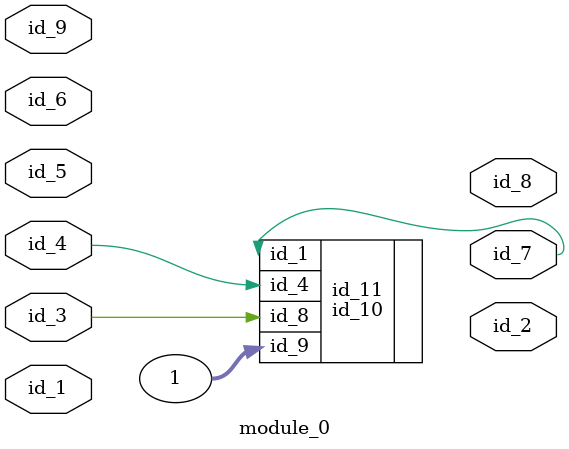
<source format=v>
module module_0 (
    id_1,
    id_2,
    id_3,
    id_4,
    id_5,
    id_6,
    id_7,
    id_8,
    id_9
);
  input id_9;
  output id_8;
  output id_7;
  input id_6;
  input id_5;
  input id_4;
  input id_3;
  output id_2;
  input id_1;
  id_10 id_11 (
      .id_9(1),
      .id_8(id_3),
      .id_1(id_7),
      .id_4(id_4)
  );
  id_12 id_13 (
      .id_9(id_1),
      .id_3(id_6)
  );
  id_14 id_15 ();
endmodule

</source>
